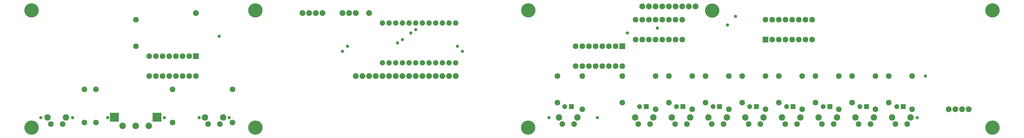
<source format=gbs>
G04 MADE WITH FRITZING*
G04 WWW.FRITZING.ORG*
G04 DOUBLE SIDED*
G04 HOLES PLATED*
G04 CONTOUR ON CENTER OF CONTOUR VECTOR*
%ASAXBY*%
%FSLAX23Y23*%
%MOIN*%
%OFA0B0*%
%SFA1.0B1.0*%
%ADD10C,0.088000*%
%ADD11C,0.049370*%
%ADD12C,0.085000*%
%ADD13C,0.214725*%
%ADD14C,0.097000*%
%ADD15C,0.098000*%
%ADD16C,0.133000*%
%ADD17C,0.072992*%
%ADD18C,0.080361*%
%ADD19R,0.085000X0.085000*%
%ADD20R,0.133000X0.133000*%
%ADD21R,0.072992X0.072992*%
%ADD22C,0.030000*%
%ADD23R,0.001000X0.001000*%
%LNMASK0*%
G90*
G70*
G54D10*
X5230Y1891D03*
X14230Y441D03*
X14130Y441D03*
X14030Y441D03*
X13930Y441D03*
G54D11*
X304Y316D03*
X779Y316D03*
X9555Y1666D03*
X9105Y1591D03*
X5730Y1491D03*
X5655Y1441D03*
X6630Y1316D03*
X4830Y1316D03*
X2980Y1541D03*
X8655Y316D03*
X7930Y316D03*
X13455Y316D03*
X1305Y316D03*
X3130Y316D03*
X2155Y316D03*
X2680Y316D03*
X5930Y1641D03*
X6555Y1391D03*
X4905Y1391D03*
X5855Y1591D03*
G54D12*
X2630Y1241D03*
X2630Y941D03*
X2530Y1241D03*
X2530Y941D03*
X2430Y1241D03*
X2430Y941D03*
X2330Y1241D03*
X2330Y941D03*
X2230Y1241D03*
X2230Y941D03*
X2130Y1241D03*
X2130Y941D03*
X2030Y1241D03*
X2030Y941D03*
X1930Y1241D03*
X1930Y941D03*
X9030Y1391D03*
X9030Y1091D03*
X8930Y1391D03*
X8930Y1091D03*
X8830Y1391D03*
X8830Y1091D03*
X8730Y1391D03*
X8730Y1091D03*
X8630Y1391D03*
X8630Y1091D03*
X8530Y1391D03*
X8530Y1091D03*
X8430Y1391D03*
X8430Y1091D03*
X8330Y1391D03*
X8330Y1091D03*
G54D10*
X2630Y1891D03*
X6530Y941D03*
X6430Y941D03*
X6330Y941D03*
X6230Y941D03*
X6130Y941D03*
X6030Y941D03*
X5930Y941D03*
X5830Y941D03*
X5730Y941D03*
X5630Y941D03*
X5530Y941D03*
X5430Y941D03*
X5330Y941D03*
X5230Y941D03*
X5130Y941D03*
X5030Y941D03*
G54D13*
X14586Y166D03*
X14586Y1931D03*
X10380Y1930D03*
X7617Y166D03*
X3523Y166D03*
X163Y166D03*
X163Y1931D03*
X7619Y1933D03*
X3522Y1932D03*
G54D10*
X10130Y1991D03*
X10030Y1991D03*
X9930Y1991D03*
X9830Y1991D03*
X9730Y1991D03*
X9630Y1991D03*
X9530Y1991D03*
X9430Y1991D03*
X9330Y1991D03*
X4230Y1891D03*
X4330Y1891D03*
X4430Y1891D03*
X4530Y1891D03*
X5030Y1891D03*
X4930Y1891D03*
X4830Y1891D03*
G54D11*
X10610Y1711D03*
X10730Y1841D03*
X13580Y941D03*
G54D12*
X2991Y220D03*
X2814Y220D03*
G54D14*
X3041Y318D03*
X2765Y318D03*
G54D15*
X1530Y191D03*
X1727Y191D03*
X1924Y191D03*
G54D16*
X1406Y322D03*
X2048Y322D03*
G54D12*
X11653Y220D03*
X11476Y220D03*
G54D14*
X11702Y318D03*
X11426Y318D03*
G54D12*
X11102Y220D03*
X10925Y220D03*
G54D14*
X11151Y318D03*
X10875Y318D03*
G54D12*
X10550Y220D03*
X10373Y220D03*
G54D14*
X10600Y318D03*
X10324Y318D03*
G54D12*
X9999Y220D03*
X9822Y220D03*
G54D14*
X10049Y318D03*
X9773Y318D03*
G54D12*
X9448Y220D03*
X9271Y220D03*
G54D14*
X9497Y318D03*
X9222Y318D03*
G54D12*
X8306Y220D03*
X8129Y220D03*
G54D14*
X8356Y318D03*
X8080Y318D03*
G54D12*
X629Y220D03*
X452Y220D03*
G54D14*
X679Y318D03*
X403Y318D03*
G54D12*
X12204Y220D03*
X12027Y220D03*
G54D14*
X12253Y318D03*
X11977Y318D03*
G54D12*
X12755Y220D03*
X12578Y220D03*
G54D14*
X12805Y318D03*
X12529Y318D03*
G54D12*
X13306Y220D03*
X13129Y220D03*
G54D14*
X13356Y318D03*
X13080Y318D03*
G54D12*
X1730Y1791D03*
X1730Y1391D03*
G54D17*
X9389Y481D03*
X9291Y481D03*
X9940Y481D03*
X9842Y481D03*
X10491Y481D03*
X10393Y481D03*
X11043Y481D03*
X10944Y481D03*
X11594Y481D03*
X11495Y481D03*
X12145Y481D03*
X12047Y481D03*
X12696Y481D03*
X12598Y481D03*
X13247Y481D03*
X13149Y481D03*
X8267Y481D03*
X8168Y481D03*
G54D12*
X8055Y941D03*
X8055Y541D03*
X13030Y941D03*
X13030Y541D03*
X12480Y941D03*
X12480Y541D03*
X11930Y941D03*
X11930Y541D03*
X11380Y941D03*
X11380Y541D03*
X10830Y941D03*
X10830Y541D03*
X10280Y941D03*
X10280Y541D03*
X9730Y941D03*
X9730Y541D03*
X9030Y941D03*
X9030Y541D03*
X13380Y441D03*
X13380Y941D03*
X12830Y441D03*
X12830Y941D03*
X12280Y441D03*
X12280Y941D03*
X11730Y441D03*
X11730Y941D03*
X11180Y441D03*
X11180Y941D03*
X10630Y441D03*
X10630Y941D03*
X10080Y441D03*
X10080Y941D03*
X9530Y441D03*
X9530Y941D03*
X8430Y441D03*
X8430Y941D03*
X1130Y241D03*
X1130Y741D03*
X2280Y241D03*
X2280Y741D03*
X3180Y241D03*
X3180Y741D03*
X955Y241D03*
X955Y741D03*
X9930Y1791D03*
X9930Y1491D03*
X9830Y1791D03*
X9830Y1491D03*
X9730Y1791D03*
X9730Y1491D03*
X9630Y1791D03*
X9630Y1491D03*
X9530Y1791D03*
X9530Y1491D03*
X9430Y1791D03*
X9430Y1491D03*
X9330Y1791D03*
X9330Y1491D03*
X9230Y1791D03*
X9230Y1491D03*
X11180Y1491D03*
X11180Y1791D03*
X11280Y1491D03*
X11280Y1791D03*
X11380Y1491D03*
X11380Y1791D03*
X11480Y1491D03*
X11480Y1791D03*
X11580Y1491D03*
X11580Y1791D03*
X11680Y1491D03*
X11680Y1791D03*
X11780Y1491D03*
X11780Y1791D03*
X11880Y1491D03*
X11880Y1791D03*
G54D18*
X5430Y1141D03*
X5530Y1141D03*
X5630Y1141D03*
X5730Y1141D03*
X5830Y1141D03*
X5930Y1141D03*
X6030Y1141D03*
X6130Y1141D03*
X6230Y1141D03*
X6330Y1141D03*
X6430Y1141D03*
X6530Y1141D03*
X5430Y1741D03*
X5530Y1741D03*
X5630Y1741D03*
X5730Y1741D03*
X5830Y1741D03*
X5930Y1741D03*
X6030Y1741D03*
X6130Y1741D03*
X6230Y1741D03*
X6330Y1741D03*
X6430Y1741D03*
X6530Y1741D03*
G54D19*
X2630Y1241D03*
X9030Y1391D03*
G54D20*
X1406Y322D03*
X2048Y322D03*
G54D21*
X9389Y481D03*
X9940Y481D03*
X10491Y481D03*
X11043Y481D03*
X11594Y481D03*
X12145Y481D03*
X12696Y481D03*
X13247Y481D03*
X8267Y481D03*
G54D19*
X11180Y1491D03*
G54D22*
G36*
X9957Y1763D02*
X9902Y1763D01*
X9902Y1818D01*
X9957Y1818D01*
X9957Y1763D01*
G37*
D02*
G54D23*
D02*
G04 End of Mask0*
M02*
</source>
